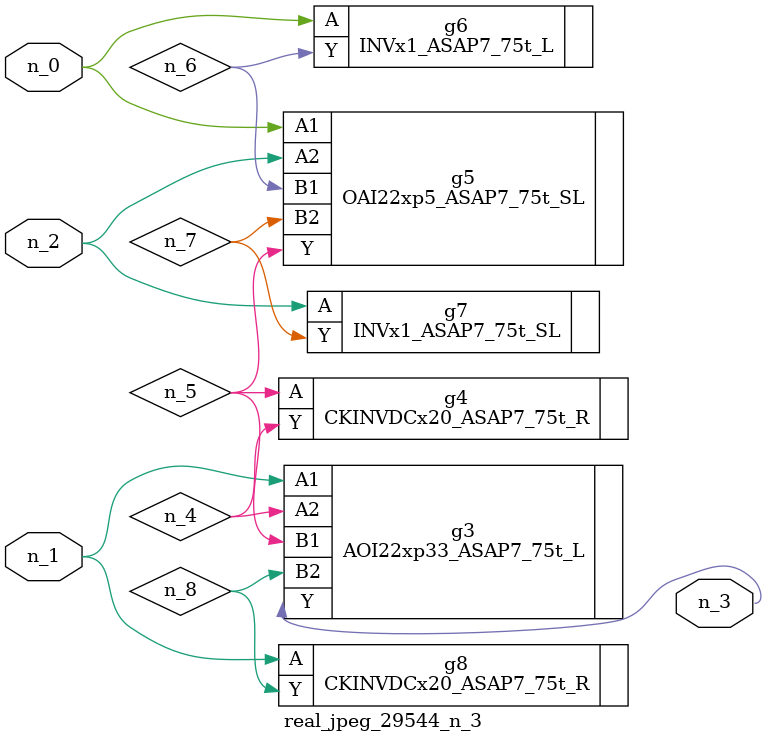
<source format=v>
module real_jpeg_29544_n_3 (n_1, n_0, n_2, n_3);

input n_1;
input n_0;
input n_2;

output n_3;

wire n_5;
wire n_4;
wire n_8;
wire n_6;
wire n_7;

OAI22xp5_ASAP7_75t_SL g5 ( 
.A1(n_0),
.A2(n_2),
.B1(n_6),
.B2(n_7),
.Y(n_5)
);

INVx1_ASAP7_75t_L g6 ( 
.A(n_0),
.Y(n_6)
);

AOI22xp33_ASAP7_75t_L g3 ( 
.A1(n_1),
.A2(n_4),
.B1(n_5),
.B2(n_8),
.Y(n_3)
);

CKINVDCx20_ASAP7_75t_R g8 ( 
.A(n_1),
.Y(n_8)
);

INVx1_ASAP7_75t_SL g7 ( 
.A(n_2),
.Y(n_7)
);

CKINVDCx20_ASAP7_75t_R g4 ( 
.A(n_5),
.Y(n_4)
);


endmodule
</source>
